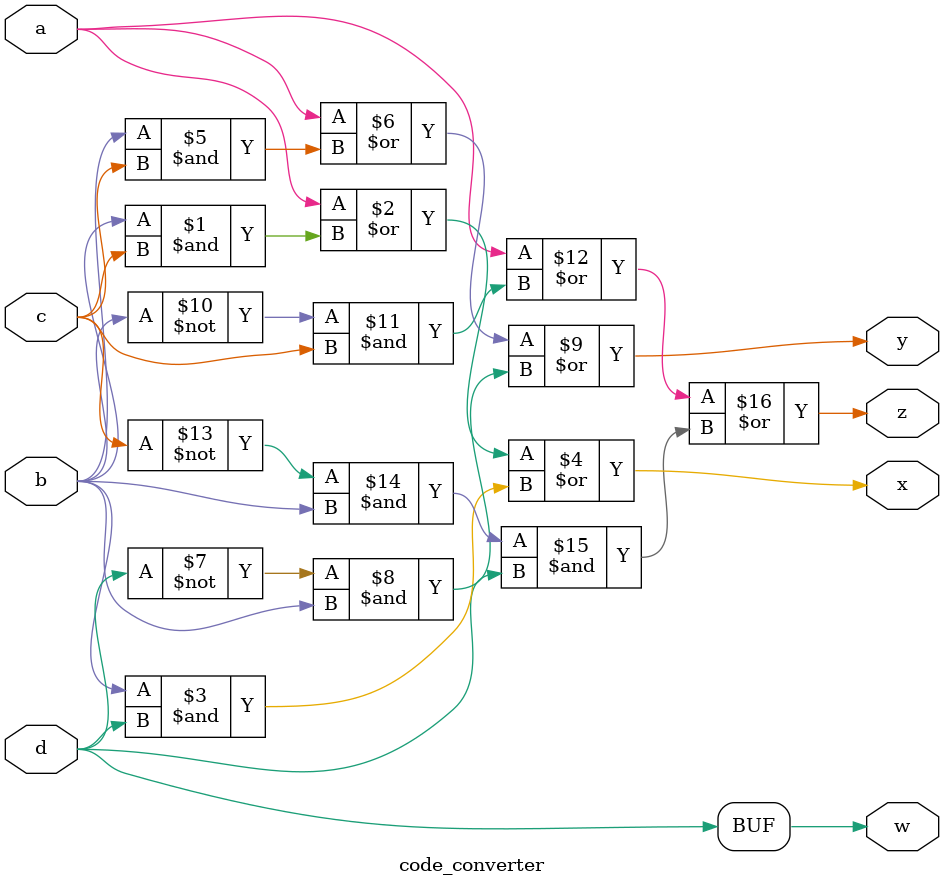
<source format=v>
`timescale 1ns / 1ps


module code_converter(
input a,
input b,
input c,
input d,
output x,
output y,
output z,
output w
    );
    assign x=(a|(b&c))|(b&d);
    assign y=(a|(b&c))|((~d)&b);
    assign z=a|((~b)&c)|((~c)&b&d);
    assign w=d;
endmodule

</source>
